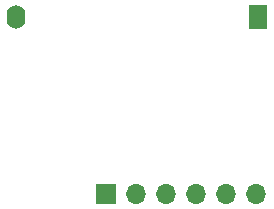
<source format=gbr>
%TF.GenerationSoftware,KiCad,Pcbnew,8.0.6*%
%TF.CreationDate,2024-10-19T09:18:50-03:00*%
%TF.ProjectId,keychain-uv-index,6b657963-6861-4696-9e2d-75762d696e64,rev?*%
%TF.SameCoordinates,Original*%
%TF.FileFunction,Soldermask,Bot*%
%TF.FilePolarity,Negative*%
%FSLAX46Y46*%
G04 Gerber Fmt 4.6, Leading zero omitted, Abs format (unit mm)*
G04 Created by KiCad (PCBNEW 8.0.6) date 2024-10-19 09:18:50*
%MOMM*%
%LPD*%
G01*
G04 APERTURE LIST*
%ADD10R,1.700000X1.700000*%
%ADD11O,1.700000X1.700000*%
%ADD12R,1.600000X2.000000*%
%ADD13O,1.600000X2.000000*%
G04 APERTURE END LIST*
D10*
%TO.C,J1*%
X72450000Y-69800000D03*
D11*
X74990000Y-69800000D03*
X77530000Y-69800000D03*
X80070000Y-69800000D03*
X82610000Y-69800000D03*
X85150000Y-69800000D03*
%TD*%
D12*
%TO.C,BT1*%
X85300000Y-54800000D03*
D13*
X64800000Y-54800000D03*
%TD*%
M02*

</source>
